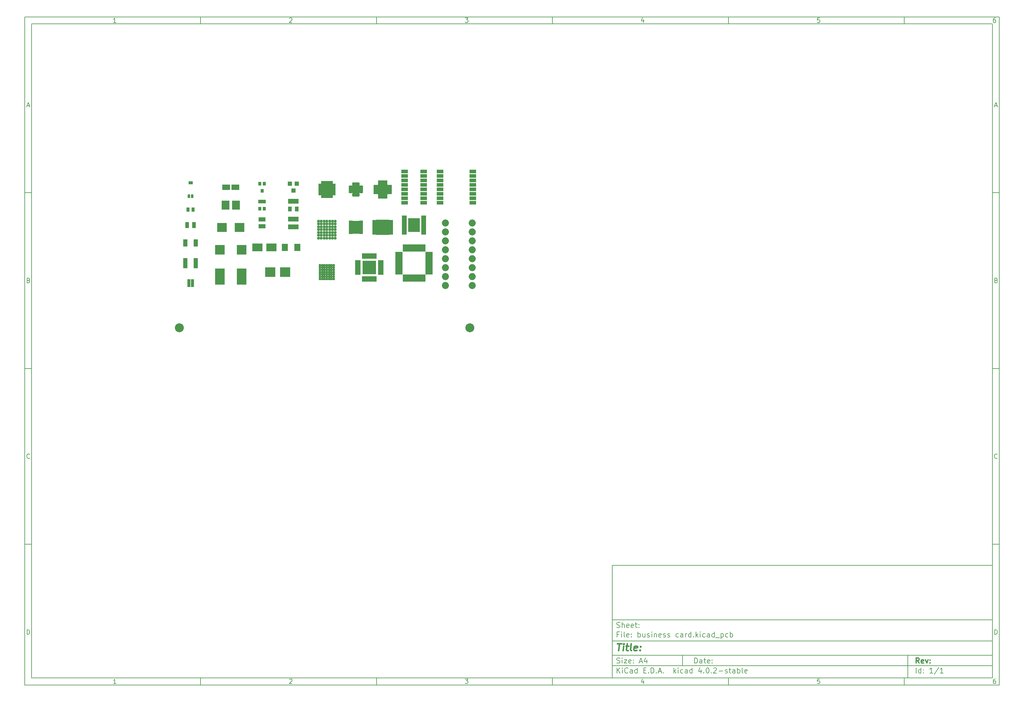
<source format=gbr>
G04 #@! TF.FileFunction,Soldermask,Bot*
%FSLAX46Y46*%
G04 Gerber Fmt 4.6, Leading zero omitted, Abs format (unit mm)*
G04 Created by KiCad (PCBNEW 4.0.2-stable) date Sunday, October 30, 2016 'PMt' 03:56:09 PM*
%MOMM*%
G01*
G04 APERTURE LIST*
%ADD10C,0.100000*%
%ADD11C,0.150000*%
%ADD12C,0.300000*%
%ADD13C,0.400000*%
%ADD14R,1.600000X0.680000*%
%ADD15R,0.680000X1.600000*%
%ADD16R,2.125000X2.125000*%
%ADD17O,2.000000X2.000000*%
%ADD18R,1.900000X1.000000*%
%ADD19R,1.200000X0.750000*%
%ADD20R,0.750000X1.200000*%
%ADD21R,1.650000X1.650000*%
%ADD22O,1.150000X0.700000*%
%ADD23O,0.700000X1.150000*%
%ADD24R,1.300000X1.300000*%
%ADD25R,0.800000X1.000000*%
%ADD26R,0.900000X1.300000*%
%ADD27R,0.680000X0.830000*%
%ADD28R,1.100000X1.700000*%
%ADD29R,1.300000X2.100000*%
%ADD30R,1.300000X2.900000*%
%ADD31R,2.200000X1.630000*%
%ADD32R,2.200000X2.630000*%
%ADD33R,2.770000X2.630000*%
%ADD34R,1.200100X1.200100*%
%ADD35R,1.050000X1.460000*%
%ADD36R,2.770000X2.830000*%
%ADD37R,2.770000X4.530000*%
%ADD38R,0.900000X0.800000*%
%ADD39R,0.900000X0.700000*%
%ADD40R,0.857200X1.111200*%
%ADD41R,0.806400X1.060400*%
%ADD42R,0.798780X1.149300*%
%ADD43R,2.899360X2.200860*%
%ADD44R,2.899360X2.701240*%
%ADD45R,2.000000X0.950000*%
%ADD46R,0.950000X2.000000*%
%ADD47R,1.450000X0.850000*%
%ADD48R,1.870000X1.295000*%
%ADD49R,1.700480X2.099260*%
%ADD50R,1.100000X0.650000*%
%ADD51R,2.130000X1.400000*%
%ADD52R,1.250000X1.225000*%
%ADD53C,2.540000*%
%ADD54C,0.770000*%
%ADD55R,1.000000X0.600000*%
%ADD56R,0.600000X1.000000*%
%ADD57R,1.725000X1.725000*%
%ADD58C,0.850000*%
G04 APERTURE END LIST*
D10*
D11*
X177002200Y-166007200D02*
X177002200Y-198007200D01*
X285002200Y-198007200D01*
X285002200Y-166007200D01*
X177002200Y-166007200D01*
D10*
D11*
X10000000Y-10000000D02*
X10000000Y-200007200D01*
X287002200Y-200007200D01*
X287002200Y-10000000D01*
X10000000Y-10000000D01*
D10*
D11*
X12000000Y-12000000D02*
X12000000Y-198007200D01*
X285002200Y-198007200D01*
X285002200Y-12000000D01*
X12000000Y-12000000D01*
D10*
D11*
X60000000Y-12000000D02*
X60000000Y-10000000D01*
D10*
D11*
X110000000Y-12000000D02*
X110000000Y-10000000D01*
D10*
D11*
X160000000Y-12000000D02*
X160000000Y-10000000D01*
D10*
D11*
X210000000Y-12000000D02*
X210000000Y-10000000D01*
D10*
D11*
X260000000Y-12000000D02*
X260000000Y-10000000D01*
D10*
D11*
X35990476Y-11588095D02*
X35247619Y-11588095D01*
X35619048Y-11588095D02*
X35619048Y-10288095D01*
X35495238Y-10473810D01*
X35371429Y-10597619D01*
X35247619Y-10659524D01*
D10*
D11*
X85247619Y-10411905D02*
X85309524Y-10350000D01*
X85433333Y-10288095D01*
X85742857Y-10288095D01*
X85866667Y-10350000D01*
X85928571Y-10411905D01*
X85990476Y-10535714D01*
X85990476Y-10659524D01*
X85928571Y-10845238D01*
X85185714Y-11588095D01*
X85990476Y-11588095D01*
D10*
D11*
X135185714Y-10288095D02*
X135990476Y-10288095D01*
X135557143Y-10783333D01*
X135742857Y-10783333D01*
X135866667Y-10845238D01*
X135928571Y-10907143D01*
X135990476Y-11030952D01*
X135990476Y-11340476D01*
X135928571Y-11464286D01*
X135866667Y-11526190D01*
X135742857Y-11588095D01*
X135371429Y-11588095D01*
X135247619Y-11526190D01*
X135185714Y-11464286D01*
D10*
D11*
X185866667Y-10721429D02*
X185866667Y-11588095D01*
X185557143Y-10226190D02*
X185247619Y-11154762D01*
X186052381Y-11154762D01*
D10*
D11*
X235928571Y-10288095D02*
X235309524Y-10288095D01*
X235247619Y-10907143D01*
X235309524Y-10845238D01*
X235433333Y-10783333D01*
X235742857Y-10783333D01*
X235866667Y-10845238D01*
X235928571Y-10907143D01*
X235990476Y-11030952D01*
X235990476Y-11340476D01*
X235928571Y-11464286D01*
X235866667Y-11526190D01*
X235742857Y-11588095D01*
X235433333Y-11588095D01*
X235309524Y-11526190D01*
X235247619Y-11464286D01*
D10*
D11*
X285866667Y-10288095D02*
X285619048Y-10288095D01*
X285495238Y-10350000D01*
X285433333Y-10411905D01*
X285309524Y-10597619D01*
X285247619Y-10845238D01*
X285247619Y-11340476D01*
X285309524Y-11464286D01*
X285371429Y-11526190D01*
X285495238Y-11588095D01*
X285742857Y-11588095D01*
X285866667Y-11526190D01*
X285928571Y-11464286D01*
X285990476Y-11340476D01*
X285990476Y-11030952D01*
X285928571Y-10907143D01*
X285866667Y-10845238D01*
X285742857Y-10783333D01*
X285495238Y-10783333D01*
X285371429Y-10845238D01*
X285309524Y-10907143D01*
X285247619Y-11030952D01*
D10*
D11*
X60000000Y-198007200D02*
X60000000Y-200007200D01*
D10*
D11*
X110000000Y-198007200D02*
X110000000Y-200007200D01*
D10*
D11*
X160000000Y-198007200D02*
X160000000Y-200007200D01*
D10*
D11*
X210000000Y-198007200D02*
X210000000Y-200007200D01*
D10*
D11*
X260000000Y-198007200D02*
X260000000Y-200007200D01*
D10*
D11*
X35990476Y-199595295D02*
X35247619Y-199595295D01*
X35619048Y-199595295D02*
X35619048Y-198295295D01*
X35495238Y-198481010D01*
X35371429Y-198604819D01*
X35247619Y-198666724D01*
D10*
D11*
X85247619Y-198419105D02*
X85309524Y-198357200D01*
X85433333Y-198295295D01*
X85742857Y-198295295D01*
X85866667Y-198357200D01*
X85928571Y-198419105D01*
X85990476Y-198542914D01*
X85990476Y-198666724D01*
X85928571Y-198852438D01*
X85185714Y-199595295D01*
X85990476Y-199595295D01*
D10*
D11*
X135185714Y-198295295D02*
X135990476Y-198295295D01*
X135557143Y-198790533D01*
X135742857Y-198790533D01*
X135866667Y-198852438D01*
X135928571Y-198914343D01*
X135990476Y-199038152D01*
X135990476Y-199347676D01*
X135928571Y-199471486D01*
X135866667Y-199533390D01*
X135742857Y-199595295D01*
X135371429Y-199595295D01*
X135247619Y-199533390D01*
X135185714Y-199471486D01*
D10*
D11*
X185866667Y-198728629D02*
X185866667Y-199595295D01*
X185557143Y-198233390D02*
X185247619Y-199161962D01*
X186052381Y-199161962D01*
D10*
D11*
X235928571Y-198295295D02*
X235309524Y-198295295D01*
X235247619Y-198914343D01*
X235309524Y-198852438D01*
X235433333Y-198790533D01*
X235742857Y-198790533D01*
X235866667Y-198852438D01*
X235928571Y-198914343D01*
X235990476Y-199038152D01*
X235990476Y-199347676D01*
X235928571Y-199471486D01*
X235866667Y-199533390D01*
X235742857Y-199595295D01*
X235433333Y-199595295D01*
X235309524Y-199533390D01*
X235247619Y-199471486D01*
D10*
D11*
X285866667Y-198295295D02*
X285619048Y-198295295D01*
X285495238Y-198357200D01*
X285433333Y-198419105D01*
X285309524Y-198604819D01*
X285247619Y-198852438D01*
X285247619Y-199347676D01*
X285309524Y-199471486D01*
X285371429Y-199533390D01*
X285495238Y-199595295D01*
X285742857Y-199595295D01*
X285866667Y-199533390D01*
X285928571Y-199471486D01*
X285990476Y-199347676D01*
X285990476Y-199038152D01*
X285928571Y-198914343D01*
X285866667Y-198852438D01*
X285742857Y-198790533D01*
X285495238Y-198790533D01*
X285371429Y-198852438D01*
X285309524Y-198914343D01*
X285247619Y-199038152D01*
D10*
D11*
X10000000Y-60000000D02*
X12000000Y-60000000D01*
D10*
D11*
X10000000Y-110000000D02*
X12000000Y-110000000D01*
D10*
D11*
X10000000Y-160000000D02*
X12000000Y-160000000D01*
D10*
D11*
X10690476Y-35216667D02*
X11309524Y-35216667D01*
X10566667Y-35588095D02*
X11000000Y-34288095D01*
X11433333Y-35588095D01*
D10*
D11*
X11092857Y-84907143D02*
X11278571Y-84969048D01*
X11340476Y-85030952D01*
X11402381Y-85154762D01*
X11402381Y-85340476D01*
X11340476Y-85464286D01*
X11278571Y-85526190D01*
X11154762Y-85588095D01*
X10659524Y-85588095D01*
X10659524Y-84288095D01*
X11092857Y-84288095D01*
X11216667Y-84350000D01*
X11278571Y-84411905D01*
X11340476Y-84535714D01*
X11340476Y-84659524D01*
X11278571Y-84783333D01*
X11216667Y-84845238D01*
X11092857Y-84907143D01*
X10659524Y-84907143D01*
D10*
D11*
X11402381Y-135464286D02*
X11340476Y-135526190D01*
X11154762Y-135588095D01*
X11030952Y-135588095D01*
X10845238Y-135526190D01*
X10721429Y-135402381D01*
X10659524Y-135278571D01*
X10597619Y-135030952D01*
X10597619Y-134845238D01*
X10659524Y-134597619D01*
X10721429Y-134473810D01*
X10845238Y-134350000D01*
X11030952Y-134288095D01*
X11154762Y-134288095D01*
X11340476Y-134350000D01*
X11402381Y-134411905D01*
D10*
D11*
X10659524Y-185588095D02*
X10659524Y-184288095D01*
X10969048Y-184288095D01*
X11154762Y-184350000D01*
X11278571Y-184473810D01*
X11340476Y-184597619D01*
X11402381Y-184845238D01*
X11402381Y-185030952D01*
X11340476Y-185278571D01*
X11278571Y-185402381D01*
X11154762Y-185526190D01*
X10969048Y-185588095D01*
X10659524Y-185588095D01*
D10*
D11*
X287002200Y-60000000D02*
X285002200Y-60000000D01*
D10*
D11*
X287002200Y-110000000D02*
X285002200Y-110000000D01*
D10*
D11*
X287002200Y-160000000D02*
X285002200Y-160000000D01*
D10*
D11*
X285692676Y-35216667D02*
X286311724Y-35216667D01*
X285568867Y-35588095D02*
X286002200Y-34288095D01*
X286435533Y-35588095D01*
D10*
D11*
X286095057Y-84907143D02*
X286280771Y-84969048D01*
X286342676Y-85030952D01*
X286404581Y-85154762D01*
X286404581Y-85340476D01*
X286342676Y-85464286D01*
X286280771Y-85526190D01*
X286156962Y-85588095D01*
X285661724Y-85588095D01*
X285661724Y-84288095D01*
X286095057Y-84288095D01*
X286218867Y-84350000D01*
X286280771Y-84411905D01*
X286342676Y-84535714D01*
X286342676Y-84659524D01*
X286280771Y-84783333D01*
X286218867Y-84845238D01*
X286095057Y-84907143D01*
X285661724Y-84907143D01*
D10*
D11*
X286404581Y-135464286D02*
X286342676Y-135526190D01*
X286156962Y-135588095D01*
X286033152Y-135588095D01*
X285847438Y-135526190D01*
X285723629Y-135402381D01*
X285661724Y-135278571D01*
X285599819Y-135030952D01*
X285599819Y-134845238D01*
X285661724Y-134597619D01*
X285723629Y-134473810D01*
X285847438Y-134350000D01*
X286033152Y-134288095D01*
X286156962Y-134288095D01*
X286342676Y-134350000D01*
X286404581Y-134411905D01*
D10*
D11*
X285661724Y-185588095D02*
X285661724Y-184288095D01*
X285971248Y-184288095D01*
X286156962Y-184350000D01*
X286280771Y-184473810D01*
X286342676Y-184597619D01*
X286404581Y-184845238D01*
X286404581Y-185030952D01*
X286342676Y-185278571D01*
X286280771Y-185402381D01*
X286156962Y-185526190D01*
X285971248Y-185588095D01*
X285661724Y-185588095D01*
D10*
D11*
X200359343Y-193785771D02*
X200359343Y-192285771D01*
X200716486Y-192285771D01*
X200930771Y-192357200D01*
X201073629Y-192500057D01*
X201145057Y-192642914D01*
X201216486Y-192928629D01*
X201216486Y-193142914D01*
X201145057Y-193428629D01*
X201073629Y-193571486D01*
X200930771Y-193714343D01*
X200716486Y-193785771D01*
X200359343Y-193785771D01*
X202502200Y-193785771D02*
X202502200Y-193000057D01*
X202430771Y-192857200D01*
X202287914Y-192785771D01*
X202002200Y-192785771D01*
X201859343Y-192857200D01*
X202502200Y-193714343D02*
X202359343Y-193785771D01*
X202002200Y-193785771D01*
X201859343Y-193714343D01*
X201787914Y-193571486D01*
X201787914Y-193428629D01*
X201859343Y-193285771D01*
X202002200Y-193214343D01*
X202359343Y-193214343D01*
X202502200Y-193142914D01*
X203002200Y-192785771D02*
X203573629Y-192785771D01*
X203216486Y-192285771D02*
X203216486Y-193571486D01*
X203287914Y-193714343D01*
X203430772Y-193785771D01*
X203573629Y-193785771D01*
X204645057Y-193714343D02*
X204502200Y-193785771D01*
X204216486Y-193785771D01*
X204073629Y-193714343D01*
X204002200Y-193571486D01*
X204002200Y-193000057D01*
X204073629Y-192857200D01*
X204216486Y-192785771D01*
X204502200Y-192785771D01*
X204645057Y-192857200D01*
X204716486Y-193000057D01*
X204716486Y-193142914D01*
X204002200Y-193285771D01*
X205359343Y-193642914D02*
X205430771Y-193714343D01*
X205359343Y-193785771D01*
X205287914Y-193714343D01*
X205359343Y-193642914D01*
X205359343Y-193785771D01*
X205359343Y-192857200D02*
X205430771Y-192928629D01*
X205359343Y-193000057D01*
X205287914Y-192928629D01*
X205359343Y-192857200D01*
X205359343Y-193000057D01*
D10*
D11*
X177002200Y-194507200D02*
X285002200Y-194507200D01*
D10*
D11*
X178359343Y-196585771D02*
X178359343Y-195085771D01*
X179216486Y-196585771D02*
X178573629Y-195728629D01*
X179216486Y-195085771D02*
X178359343Y-195942914D01*
X179859343Y-196585771D02*
X179859343Y-195585771D01*
X179859343Y-195085771D02*
X179787914Y-195157200D01*
X179859343Y-195228629D01*
X179930771Y-195157200D01*
X179859343Y-195085771D01*
X179859343Y-195228629D01*
X181430772Y-196442914D02*
X181359343Y-196514343D01*
X181145057Y-196585771D01*
X181002200Y-196585771D01*
X180787915Y-196514343D01*
X180645057Y-196371486D01*
X180573629Y-196228629D01*
X180502200Y-195942914D01*
X180502200Y-195728629D01*
X180573629Y-195442914D01*
X180645057Y-195300057D01*
X180787915Y-195157200D01*
X181002200Y-195085771D01*
X181145057Y-195085771D01*
X181359343Y-195157200D01*
X181430772Y-195228629D01*
X182716486Y-196585771D02*
X182716486Y-195800057D01*
X182645057Y-195657200D01*
X182502200Y-195585771D01*
X182216486Y-195585771D01*
X182073629Y-195657200D01*
X182716486Y-196514343D02*
X182573629Y-196585771D01*
X182216486Y-196585771D01*
X182073629Y-196514343D01*
X182002200Y-196371486D01*
X182002200Y-196228629D01*
X182073629Y-196085771D01*
X182216486Y-196014343D01*
X182573629Y-196014343D01*
X182716486Y-195942914D01*
X184073629Y-196585771D02*
X184073629Y-195085771D01*
X184073629Y-196514343D02*
X183930772Y-196585771D01*
X183645058Y-196585771D01*
X183502200Y-196514343D01*
X183430772Y-196442914D01*
X183359343Y-196300057D01*
X183359343Y-195871486D01*
X183430772Y-195728629D01*
X183502200Y-195657200D01*
X183645058Y-195585771D01*
X183930772Y-195585771D01*
X184073629Y-195657200D01*
X185930772Y-195800057D02*
X186430772Y-195800057D01*
X186645058Y-196585771D02*
X185930772Y-196585771D01*
X185930772Y-195085771D01*
X186645058Y-195085771D01*
X187287915Y-196442914D02*
X187359343Y-196514343D01*
X187287915Y-196585771D01*
X187216486Y-196514343D01*
X187287915Y-196442914D01*
X187287915Y-196585771D01*
X188002201Y-196585771D02*
X188002201Y-195085771D01*
X188359344Y-195085771D01*
X188573629Y-195157200D01*
X188716487Y-195300057D01*
X188787915Y-195442914D01*
X188859344Y-195728629D01*
X188859344Y-195942914D01*
X188787915Y-196228629D01*
X188716487Y-196371486D01*
X188573629Y-196514343D01*
X188359344Y-196585771D01*
X188002201Y-196585771D01*
X189502201Y-196442914D02*
X189573629Y-196514343D01*
X189502201Y-196585771D01*
X189430772Y-196514343D01*
X189502201Y-196442914D01*
X189502201Y-196585771D01*
X190145058Y-196157200D02*
X190859344Y-196157200D01*
X190002201Y-196585771D02*
X190502201Y-195085771D01*
X191002201Y-196585771D01*
X191502201Y-196442914D02*
X191573629Y-196514343D01*
X191502201Y-196585771D01*
X191430772Y-196514343D01*
X191502201Y-196442914D01*
X191502201Y-196585771D01*
X194502201Y-196585771D02*
X194502201Y-195085771D01*
X194645058Y-196014343D02*
X195073629Y-196585771D01*
X195073629Y-195585771D02*
X194502201Y-196157200D01*
X195716487Y-196585771D02*
X195716487Y-195585771D01*
X195716487Y-195085771D02*
X195645058Y-195157200D01*
X195716487Y-195228629D01*
X195787915Y-195157200D01*
X195716487Y-195085771D01*
X195716487Y-195228629D01*
X197073630Y-196514343D02*
X196930773Y-196585771D01*
X196645059Y-196585771D01*
X196502201Y-196514343D01*
X196430773Y-196442914D01*
X196359344Y-196300057D01*
X196359344Y-195871486D01*
X196430773Y-195728629D01*
X196502201Y-195657200D01*
X196645059Y-195585771D01*
X196930773Y-195585771D01*
X197073630Y-195657200D01*
X198359344Y-196585771D02*
X198359344Y-195800057D01*
X198287915Y-195657200D01*
X198145058Y-195585771D01*
X197859344Y-195585771D01*
X197716487Y-195657200D01*
X198359344Y-196514343D02*
X198216487Y-196585771D01*
X197859344Y-196585771D01*
X197716487Y-196514343D01*
X197645058Y-196371486D01*
X197645058Y-196228629D01*
X197716487Y-196085771D01*
X197859344Y-196014343D01*
X198216487Y-196014343D01*
X198359344Y-195942914D01*
X199716487Y-196585771D02*
X199716487Y-195085771D01*
X199716487Y-196514343D02*
X199573630Y-196585771D01*
X199287916Y-196585771D01*
X199145058Y-196514343D01*
X199073630Y-196442914D01*
X199002201Y-196300057D01*
X199002201Y-195871486D01*
X199073630Y-195728629D01*
X199145058Y-195657200D01*
X199287916Y-195585771D01*
X199573630Y-195585771D01*
X199716487Y-195657200D01*
X202216487Y-195585771D02*
X202216487Y-196585771D01*
X201859344Y-195014343D02*
X201502201Y-196085771D01*
X202430773Y-196085771D01*
X203002201Y-196442914D02*
X203073629Y-196514343D01*
X203002201Y-196585771D01*
X202930772Y-196514343D01*
X203002201Y-196442914D01*
X203002201Y-196585771D01*
X204002201Y-195085771D02*
X204145058Y-195085771D01*
X204287915Y-195157200D01*
X204359344Y-195228629D01*
X204430773Y-195371486D01*
X204502201Y-195657200D01*
X204502201Y-196014343D01*
X204430773Y-196300057D01*
X204359344Y-196442914D01*
X204287915Y-196514343D01*
X204145058Y-196585771D01*
X204002201Y-196585771D01*
X203859344Y-196514343D01*
X203787915Y-196442914D01*
X203716487Y-196300057D01*
X203645058Y-196014343D01*
X203645058Y-195657200D01*
X203716487Y-195371486D01*
X203787915Y-195228629D01*
X203859344Y-195157200D01*
X204002201Y-195085771D01*
X205145058Y-196442914D02*
X205216486Y-196514343D01*
X205145058Y-196585771D01*
X205073629Y-196514343D01*
X205145058Y-196442914D01*
X205145058Y-196585771D01*
X205787915Y-195228629D02*
X205859344Y-195157200D01*
X206002201Y-195085771D01*
X206359344Y-195085771D01*
X206502201Y-195157200D01*
X206573630Y-195228629D01*
X206645058Y-195371486D01*
X206645058Y-195514343D01*
X206573630Y-195728629D01*
X205716487Y-196585771D01*
X206645058Y-196585771D01*
X207287915Y-196014343D02*
X208430772Y-196014343D01*
X209073629Y-196514343D02*
X209216486Y-196585771D01*
X209502201Y-196585771D01*
X209645058Y-196514343D01*
X209716486Y-196371486D01*
X209716486Y-196300057D01*
X209645058Y-196157200D01*
X209502201Y-196085771D01*
X209287915Y-196085771D01*
X209145058Y-196014343D01*
X209073629Y-195871486D01*
X209073629Y-195800057D01*
X209145058Y-195657200D01*
X209287915Y-195585771D01*
X209502201Y-195585771D01*
X209645058Y-195657200D01*
X210145058Y-195585771D02*
X210716487Y-195585771D01*
X210359344Y-195085771D02*
X210359344Y-196371486D01*
X210430772Y-196514343D01*
X210573630Y-196585771D01*
X210716487Y-196585771D01*
X211859344Y-196585771D02*
X211859344Y-195800057D01*
X211787915Y-195657200D01*
X211645058Y-195585771D01*
X211359344Y-195585771D01*
X211216487Y-195657200D01*
X211859344Y-196514343D02*
X211716487Y-196585771D01*
X211359344Y-196585771D01*
X211216487Y-196514343D01*
X211145058Y-196371486D01*
X211145058Y-196228629D01*
X211216487Y-196085771D01*
X211359344Y-196014343D01*
X211716487Y-196014343D01*
X211859344Y-195942914D01*
X212573630Y-196585771D02*
X212573630Y-195085771D01*
X212573630Y-195657200D02*
X212716487Y-195585771D01*
X213002201Y-195585771D01*
X213145058Y-195657200D01*
X213216487Y-195728629D01*
X213287916Y-195871486D01*
X213287916Y-196300057D01*
X213216487Y-196442914D01*
X213145058Y-196514343D01*
X213002201Y-196585771D01*
X212716487Y-196585771D01*
X212573630Y-196514343D01*
X214145059Y-196585771D02*
X214002201Y-196514343D01*
X213930773Y-196371486D01*
X213930773Y-195085771D01*
X215287915Y-196514343D02*
X215145058Y-196585771D01*
X214859344Y-196585771D01*
X214716487Y-196514343D01*
X214645058Y-196371486D01*
X214645058Y-195800057D01*
X214716487Y-195657200D01*
X214859344Y-195585771D01*
X215145058Y-195585771D01*
X215287915Y-195657200D01*
X215359344Y-195800057D01*
X215359344Y-195942914D01*
X214645058Y-196085771D01*
D10*
D11*
X177002200Y-191507200D02*
X285002200Y-191507200D01*
D10*
D12*
X264216486Y-193785771D02*
X263716486Y-193071486D01*
X263359343Y-193785771D02*
X263359343Y-192285771D01*
X263930771Y-192285771D01*
X264073629Y-192357200D01*
X264145057Y-192428629D01*
X264216486Y-192571486D01*
X264216486Y-192785771D01*
X264145057Y-192928629D01*
X264073629Y-193000057D01*
X263930771Y-193071486D01*
X263359343Y-193071486D01*
X265430771Y-193714343D02*
X265287914Y-193785771D01*
X265002200Y-193785771D01*
X264859343Y-193714343D01*
X264787914Y-193571486D01*
X264787914Y-193000057D01*
X264859343Y-192857200D01*
X265002200Y-192785771D01*
X265287914Y-192785771D01*
X265430771Y-192857200D01*
X265502200Y-193000057D01*
X265502200Y-193142914D01*
X264787914Y-193285771D01*
X266002200Y-192785771D02*
X266359343Y-193785771D01*
X266716485Y-192785771D01*
X267287914Y-193642914D02*
X267359342Y-193714343D01*
X267287914Y-193785771D01*
X267216485Y-193714343D01*
X267287914Y-193642914D01*
X267287914Y-193785771D01*
X267287914Y-192857200D02*
X267359342Y-192928629D01*
X267287914Y-193000057D01*
X267216485Y-192928629D01*
X267287914Y-192857200D01*
X267287914Y-193000057D01*
D10*
D11*
X178287914Y-193714343D02*
X178502200Y-193785771D01*
X178859343Y-193785771D01*
X179002200Y-193714343D01*
X179073629Y-193642914D01*
X179145057Y-193500057D01*
X179145057Y-193357200D01*
X179073629Y-193214343D01*
X179002200Y-193142914D01*
X178859343Y-193071486D01*
X178573629Y-193000057D01*
X178430771Y-192928629D01*
X178359343Y-192857200D01*
X178287914Y-192714343D01*
X178287914Y-192571486D01*
X178359343Y-192428629D01*
X178430771Y-192357200D01*
X178573629Y-192285771D01*
X178930771Y-192285771D01*
X179145057Y-192357200D01*
X179787914Y-193785771D02*
X179787914Y-192785771D01*
X179787914Y-192285771D02*
X179716485Y-192357200D01*
X179787914Y-192428629D01*
X179859342Y-192357200D01*
X179787914Y-192285771D01*
X179787914Y-192428629D01*
X180359343Y-192785771D02*
X181145057Y-192785771D01*
X180359343Y-193785771D01*
X181145057Y-193785771D01*
X182287914Y-193714343D02*
X182145057Y-193785771D01*
X181859343Y-193785771D01*
X181716486Y-193714343D01*
X181645057Y-193571486D01*
X181645057Y-193000057D01*
X181716486Y-192857200D01*
X181859343Y-192785771D01*
X182145057Y-192785771D01*
X182287914Y-192857200D01*
X182359343Y-193000057D01*
X182359343Y-193142914D01*
X181645057Y-193285771D01*
X183002200Y-193642914D02*
X183073628Y-193714343D01*
X183002200Y-193785771D01*
X182930771Y-193714343D01*
X183002200Y-193642914D01*
X183002200Y-193785771D01*
X183002200Y-192857200D02*
X183073628Y-192928629D01*
X183002200Y-193000057D01*
X182930771Y-192928629D01*
X183002200Y-192857200D01*
X183002200Y-193000057D01*
X184787914Y-193357200D02*
X185502200Y-193357200D01*
X184645057Y-193785771D02*
X185145057Y-192285771D01*
X185645057Y-193785771D01*
X186787914Y-192785771D02*
X186787914Y-193785771D01*
X186430771Y-192214343D02*
X186073628Y-193285771D01*
X187002200Y-193285771D01*
D10*
D11*
X263359343Y-196585771D02*
X263359343Y-195085771D01*
X264716486Y-196585771D02*
X264716486Y-195085771D01*
X264716486Y-196514343D02*
X264573629Y-196585771D01*
X264287915Y-196585771D01*
X264145057Y-196514343D01*
X264073629Y-196442914D01*
X264002200Y-196300057D01*
X264002200Y-195871486D01*
X264073629Y-195728629D01*
X264145057Y-195657200D01*
X264287915Y-195585771D01*
X264573629Y-195585771D01*
X264716486Y-195657200D01*
X265430772Y-196442914D02*
X265502200Y-196514343D01*
X265430772Y-196585771D01*
X265359343Y-196514343D01*
X265430772Y-196442914D01*
X265430772Y-196585771D01*
X265430772Y-195657200D02*
X265502200Y-195728629D01*
X265430772Y-195800057D01*
X265359343Y-195728629D01*
X265430772Y-195657200D01*
X265430772Y-195800057D01*
X268073629Y-196585771D02*
X267216486Y-196585771D01*
X267645058Y-196585771D02*
X267645058Y-195085771D01*
X267502201Y-195300057D01*
X267359343Y-195442914D01*
X267216486Y-195514343D01*
X269787914Y-195014343D02*
X268502200Y-196942914D01*
X271073629Y-196585771D02*
X270216486Y-196585771D01*
X270645058Y-196585771D02*
X270645058Y-195085771D01*
X270502201Y-195300057D01*
X270359343Y-195442914D01*
X270216486Y-195514343D01*
D10*
D11*
X177002200Y-187507200D02*
X285002200Y-187507200D01*
D10*
D13*
X178454581Y-188211962D02*
X179597438Y-188211962D01*
X178776010Y-190211962D02*
X179026010Y-188211962D01*
X180014105Y-190211962D02*
X180180771Y-188878629D01*
X180264105Y-188211962D02*
X180156962Y-188307200D01*
X180240295Y-188402438D01*
X180347439Y-188307200D01*
X180264105Y-188211962D01*
X180240295Y-188402438D01*
X180847438Y-188878629D02*
X181609343Y-188878629D01*
X181216486Y-188211962D02*
X181002200Y-189926248D01*
X181073630Y-190116724D01*
X181252201Y-190211962D01*
X181442677Y-190211962D01*
X182395058Y-190211962D02*
X182216487Y-190116724D01*
X182145057Y-189926248D01*
X182359343Y-188211962D01*
X183930772Y-190116724D02*
X183728391Y-190211962D01*
X183347439Y-190211962D01*
X183168867Y-190116724D01*
X183097438Y-189926248D01*
X183192676Y-189164343D01*
X183311724Y-188973867D01*
X183514105Y-188878629D01*
X183895057Y-188878629D01*
X184073629Y-188973867D01*
X184145057Y-189164343D01*
X184121248Y-189354819D01*
X183145057Y-189545295D01*
X184895057Y-190021486D02*
X184978392Y-190116724D01*
X184871248Y-190211962D01*
X184787915Y-190116724D01*
X184895057Y-190021486D01*
X184871248Y-190211962D01*
X185026010Y-188973867D02*
X185109344Y-189069105D01*
X185002200Y-189164343D01*
X184918867Y-189069105D01*
X185026010Y-188973867D01*
X185002200Y-189164343D01*
D10*
D11*
X178859343Y-185600057D02*
X178359343Y-185600057D01*
X178359343Y-186385771D02*
X178359343Y-184885771D01*
X179073629Y-184885771D01*
X179645057Y-186385771D02*
X179645057Y-185385771D01*
X179645057Y-184885771D02*
X179573628Y-184957200D01*
X179645057Y-185028629D01*
X179716485Y-184957200D01*
X179645057Y-184885771D01*
X179645057Y-185028629D01*
X180573629Y-186385771D02*
X180430771Y-186314343D01*
X180359343Y-186171486D01*
X180359343Y-184885771D01*
X181716485Y-186314343D02*
X181573628Y-186385771D01*
X181287914Y-186385771D01*
X181145057Y-186314343D01*
X181073628Y-186171486D01*
X181073628Y-185600057D01*
X181145057Y-185457200D01*
X181287914Y-185385771D01*
X181573628Y-185385771D01*
X181716485Y-185457200D01*
X181787914Y-185600057D01*
X181787914Y-185742914D01*
X181073628Y-185885771D01*
X182430771Y-186242914D02*
X182502199Y-186314343D01*
X182430771Y-186385771D01*
X182359342Y-186314343D01*
X182430771Y-186242914D01*
X182430771Y-186385771D01*
X182430771Y-185457200D02*
X182502199Y-185528629D01*
X182430771Y-185600057D01*
X182359342Y-185528629D01*
X182430771Y-185457200D01*
X182430771Y-185600057D01*
X184287914Y-186385771D02*
X184287914Y-184885771D01*
X184287914Y-185457200D02*
X184430771Y-185385771D01*
X184716485Y-185385771D01*
X184859342Y-185457200D01*
X184930771Y-185528629D01*
X185002200Y-185671486D01*
X185002200Y-186100057D01*
X184930771Y-186242914D01*
X184859342Y-186314343D01*
X184716485Y-186385771D01*
X184430771Y-186385771D01*
X184287914Y-186314343D01*
X186287914Y-185385771D02*
X186287914Y-186385771D01*
X185645057Y-185385771D02*
X185645057Y-186171486D01*
X185716485Y-186314343D01*
X185859343Y-186385771D01*
X186073628Y-186385771D01*
X186216485Y-186314343D01*
X186287914Y-186242914D01*
X186930771Y-186314343D02*
X187073628Y-186385771D01*
X187359343Y-186385771D01*
X187502200Y-186314343D01*
X187573628Y-186171486D01*
X187573628Y-186100057D01*
X187502200Y-185957200D01*
X187359343Y-185885771D01*
X187145057Y-185885771D01*
X187002200Y-185814343D01*
X186930771Y-185671486D01*
X186930771Y-185600057D01*
X187002200Y-185457200D01*
X187145057Y-185385771D01*
X187359343Y-185385771D01*
X187502200Y-185457200D01*
X188216486Y-186385771D02*
X188216486Y-185385771D01*
X188216486Y-184885771D02*
X188145057Y-184957200D01*
X188216486Y-185028629D01*
X188287914Y-184957200D01*
X188216486Y-184885771D01*
X188216486Y-185028629D01*
X188930772Y-185385771D02*
X188930772Y-186385771D01*
X188930772Y-185528629D02*
X189002200Y-185457200D01*
X189145058Y-185385771D01*
X189359343Y-185385771D01*
X189502200Y-185457200D01*
X189573629Y-185600057D01*
X189573629Y-186385771D01*
X190859343Y-186314343D02*
X190716486Y-186385771D01*
X190430772Y-186385771D01*
X190287915Y-186314343D01*
X190216486Y-186171486D01*
X190216486Y-185600057D01*
X190287915Y-185457200D01*
X190430772Y-185385771D01*
X190716486Y-185385771D01*
X190859343Y-185457200D01*
X190930772Y-185600057D01*
X190930772Y-185742914D01*
X190216486Y-185885771D01*
X191502200Y-186314343D02*
X191645057Y-186385771D01*
X191930772Y-186385771D01*
X192073629Y-186314343D01*
X192145057Y-186171486D01*
X192145057Y-186100057D01*
X192073629Y-185957200D01*
X191930772Y-185885771D01*
X191716486Y-185885771D01*
X191573629Y-185814343D01*
X191502200Y-185671486D01*
X191502200Y-185600057D01*
X191573629Y-185457200D01*
X191716486Y-185385771D01*
X191930772Y-185385771D01*
X192073629Y-185457200D01*
X192716486Y-186314343D02*
X192859343Y-186385771D01*
X193145058Y-186385771D01*
X193287915Y-186314343D01*
X193359343Y-186171486D01*
X193359343Y-186100057D01*
X193287915Y-185957200D01*
X193145058Y-185885771D01*
X192930772Y-185885771D01*
X192787915Y-185814343D01*
X192716486Y-185671486D01*
X192716486Y-185600057D01*
X192787915Y-185457200D01*
X192930772Y-185385771D01*
X193145058Y-185385771D01*
X193287915Y-185457200D01*
X195787915Y-186314343D02*
X195645058Y-186385771D01*
X195359344Y-186385771D01*
X195216486Y-186314343D01*
X195145058Y-186242914D01*
X195073629Y-186100057D01*
X195073629Y-185671486D01*
X195145058Y-185528629D01*
X195216486Y-185457200D01*
X195359344Y-185385771D01*
X195645058Y-185385771D01*
X195787915Y-185457200D01*
X197073629Y-186385771D02*
X197073629Y-185600057D01*
X197002200Y-185457200D01*
X196859343Y-185385771D01*
X196573629Y-185385771D01*
X196430772Y-185457200D01*
X197073629Y-186314343D02*
X196930772Y-186385771D01*
X196573629Y-186385771D01*
X196430772Y-186314343D01*
X196359343Y-186171486D01*
X196359343Y-186028629D01*
X196430772Y-185885771D01*
X196573629Y-185814343D01*
X196930772Y-185814343D01*
X197073629Y-185742914D01*
X197787915Y-186385771D02*
X197787915Y-185385771D01*
X197787915Y-185671486D02*
X197859343Y-185528629D01*
X197930772Y-185457200D01*
X198073629Y-185385771D01*
X198216486Y-185385771D01*
X199359343Y-186385771D02*
X199359343Y-184885771D01*
X199359343Y-186314343D02*
X199216486Y-186385771D01*
X198930772Y-186385771D01*
X198787914Y-186314343D01*
X198716486Y-186242914D01*
X198645057Y-186100057D01*
X198645057Y-185671486D01*
X198716486Y-185528629D01*
X198787914Y-185457200D01*
X198930772Y-185385771D01*
X199216486Y-185385771D01*
X199359343Y-185457200D01*
X200073629Y-186242914D02*
X200145057Y-186314343D01*
X200073629Y-186385771D01*
X200002200Y-186314343D01*
X200073629Y-186242914D01*
X200073629Y-186385771D01*
X200787915Y-186385771D02*
X200787915Y-184885771D01*
X200930772Y-185814343D02*
X201359343Y-186385771D01*
X201359343Y-185385771D02*
X200787915Y-185957200D01*
X202002201Y-186385771D02*
X202002201Y-185385771D01*
X202002201Y-184885771D02*
X201930772Y-184957200D01*
X202002201Y-185028629D01*
X202073629Y-184957200D01*
X202002201Y-184885771D01*
X202002201Y-185028629D01*
X203359344Y-186314343D02*
X203216487Y-186385771D01*
X202930773Y-186385771D01*
X202787915Y-186314343D01*
X202716487Y-186242914D01*
X202645058Y-186100057D01*
X202645058Y-185671486D01*
X202716487Y-185528629D01*
X202787915Y-185457200D01*
X202930773Y-185385771D01*
X203216487Y-185385771D01*
X203359344Y-185457200D01*
X204645058Y-186385771D02*
X204645058Y-185600057D01*
X204573629Y-185457200D01*
X204430772Y-185385771D01*
X204145058Y-185385771D01*
X204002201Y-185457200D01*
X204645058Y-186314343D02*
X204502201Y-186385771D01*
X204145058Y-186385771D01*
X204002201Y-186314343D01*
X203930772Y-186171486D01*
X203930772Y-186028629D01*
X204002201Y-185885771D01*
X204145058Y-185814343D01*
X204502201Y-185814343D01*
X204645058Y-185742914D01*
X206002201Y-186385771D02*
X206002201Y-184885771D01*
X206002201Y-186314343D02*
X205859344Y-186385771D01*
X205573630Y-186385771D01*
X205430772Y-186314343D01*
X205359344Y-186242914D01*
X205287915Y-186100057D01*
X205287915Y-185671486D01*
X205359344Y-185528629D01*
X205430772Y-185457200D01*
X205573630Y-185385771D01*
X205859344Y-185385771D01*
X206002201Y-185457200D01*
X206359344Y-186528629D02*
X207502201Y-186528629D01*
X207859344Y-185385771D02*
X207859344Y-186885771D01*
X207859344Y-185457200D02*
X208002201Y-185385771D01*
X208287915Y-185385771D01*
X208430772Y-185457200D01*
X208502201Y-185528629D01*
X208573630Y-185671486D01*
X208573630Y-186100057D01*
X208502201Y-186242914D01*
X208430772Y-186314343D01*
X208287915Y-186385771D01*
X208002201Y-186385771D01*
X207859344Y-186314343D01*
X209859344Y-186314343D02*
X209716487Y-186385771D01*
X209430773Y-186385771D01*
X209287915Y-186314343D01*
X209216487Y-186242914D01*
X209145058Y-186100057D01*
X209145058Y-185671486D01*
X209216487Y-185528629D01*
X209287915Y-185457200D01*
X209430773Y-185385771D01*
X209716487Y-185385771D01*
X209859344Y-185457200D01*
X210502201Y-186385771D02*
X210502201Y-184885771D01*
X210502201Y-185457200D02*
X210645058Y-185385771D01*
X210930772Y-185385771D01*
X211073629Y-185457200D01*
X211145058Y-185528629D01*
X211216487Y-185671486D01*
X211216487Y-186100057D01*
X211145058Y-186242914D01*
X211073629Y-186314343D01*
X210930772Y-186385771D01*
X210645058Y-186385771D01*
X210502201Y-186314343D01*
D10*
D11*
X177002200Y-181507200D02*
X285002200Y-181507200D01*
D10*
D11*
X178287914Y-183614343D02*
X178502200Y-183685771D01*
X178859343Y-183685771D01*
X179002200Y-183614343D01*
X179073629Y-183542914D01*
X179145057Y-183400057D01*
X179145057Y-183257200D01*
X179073629Y-183114343D01*
X179002200Y-183042914D01*
X178859343Y-182971486D01*
X178573629Y-182900057D01*
X178430771Y-182828629D01*
X178359343Y-182757200D01*
X178287914Y-182614343D01*
X178287914Y-182471486D01*
X178359343Y-182328629D01*
X178430771Y-182257200D01*
X178573629Y-182185771D01*
X178930771Y-182185771D01*
X179145057Y-182257200D01*
X179787914Y-183685771D02*
X179787914Y-182185771D01*
X180430771Y-183685771D02*
X180430771Y-182900057D01*
X180359342Y-182757200D01*
X180216485Y-182685771D01*
X180002200Y-182685771D01*
X179859342Y-182757200D01*
X179787914Y-182828629D01*
X181716485Y-183614343D02*
X181573628Y-183685771D01*
X181287914Y-183685771D01*
X181145057Y-183614343D01*
X181073628Y-183471486D01*
X181073628Y-182900057D01*
X181145057Y-182757200D01*
X181287914Y-182685771D01*
X181573628Y-182685771D01*
X181716485Y-182757200D01*
X181787914Y-182900057D01*
X181787914Y-183042914D01*
X181073628Y-183185771D01*
X183002199Y-183614343D02*
X182859342Y-183685771D01*
X182573628Y-183685771D01*
X182430771Y-183614343D01*
X182359342Y-183471486D01*
X182359342Y-182900057D01*
X182430771Y-182757200D01*
X182573628Y-182685771D01*
X182859342Y-182685771D01*
X183002199Y-182757200D01*
X183073628Y-182900057D01*
X183073628Y-183042914D01*
X182359342Y-183185771D01*
X183502199Y-182685771D02*
X184073628Y-182685771D01*
X183716485Y-182185771D02*
X183716485Y-183471486D01*
X183787913Y-183614343D01*
X183930771Y-183685771D01*
X184073628Y-183685771D01*
X184573628Y-183542914D02*
X184645056Y-183614343D01*
X184573628Y-183685771D01*
X184502199Y-183614343D01*
X184573628Y-183542914D01*
X184573628Y-183685771D01*
X184573628Y-182757200D02*
X184645056Y-182828629D01*
X184573628Y-182900057D01*
X184502199Y-182828629D01*
X184573628Y-182757200D01*
X184573628Y-182900057D01*
D10*
D11*
X197002200Y-191507200D02*
X197002200Y-194507200D01*
D10*
D11*
X261002200Y-191507200D02*
X261002200Y-198007200D01*
D14*
X104700000Y-83030000D03*
X104700000Y-82530000D03*
X104700000Y-82030000D03*
X104700000Y-81530000D03*
X104700000Y-81030000D03*
X104700000Y-80530000D03*
X104700000Y-80030000D03*
X104700000Y-79530000D03*
D15*
X106200000Y-78030000D03*
X106700000Y-78030000D03*
X107200000Y-78030000D03*
X107700000Y-78030000D03*
X108200000Y-78030000D03*
X108700000Y-78030000D03*
X109200000Y-78030000D03*
X109700000Y-78030000D03*
D14*
X111200000Y-79530000D03*
X111200000Y-80030000D03*
X111200000Y-80530000D03*
X111200000Y-81030000D03*
X111200000Y-81530000D03*
X111200000Y-82030000D03*
X111200000Y-82530000D03*
X111200000Y-83030000D03*
D15*
X109700000Y-84530000D03*
X109200000Y-84530000D03*
X108700000Y-84530000D03*
X108200000Y-84530000D03*
X107700000Y-84530000D03*
X107200000Y-84530000D03*
X106700000Y-84530000D03*
X106200000Y-84530000D03*
D16*
X107087500Y-82142500D03*
X108812500Y-82142500D03*
X107087500Y-80417500D03*
X108812500Y-80417500D03*
D17*
X129540000Y-86360000D03*
X129540000Y-83820000D03*
X129540000Y-81280000D03*
X129540000Y-78740000D03*
X129540000Y-76200000D03*
X129540000Y-73660000D03*
X129540000Y-71120000D03*
X129540000Y-68580000D03*
X137160000Y-68580000D03*
X137160000Y-71120000D03*
X137160000Y-73660000D03*
X137160000Y-76200000D03*
X137160000Y-78740000D03*
X137160000Y-81280000D03*
X137160000Y-83820000D03*
X137160000Y-86360000D03*
D18*
X128065000Y-62865000D03*
X128065000Y-61595000D03*
X128065000Y-60325000D03*
X128065000Y-59055000D03*
X128065000Y-57785000D03*
X128065000Y-56515000D03*
X128065000Y-55245000D03*
X128065000Y-53975000D03*
X137365000Y-53975000D03*
X137365000Y-55245000D03*
X137365000Y-56515000D03*
X137365000Y-57785000D03*
X137365000Y-59055000D03*
X137365000Y-60325000D03*
X137365000Y-61595000D03*
X137365000Y-62865000D03*
D19*
X109760000Y-60030000D03*
X109760000Y-59380000D03*
X109760000Y-58730000D03*
X109760000Y-58080000D03*
D20*
X110785000Y-57055000D03*
X111435000Y-57055000D03*
X112085000Y-57055000D03*
X112735000Y-57055000D03*
D19*
X113760000Y-58080000D03*
X113760000Y-58730000D03*
X113760000Y-59380000D03*
X113760000Y-60030000D03*
D20*
X112735000Y-61055000D03*
X112085000Y-61055000D03*
X111435000Y-61055000D03*
X110785000Y-61055000D03*
D21*
X112385000Y-58430000D03*
X112385000Y-59680000D03*
X111135000Y-58430000D03*
X111135000Y-59680000D03*
D22*
X102665000Y-59805000D03*
X102665000Y-59305000D03*
X102665000Y-58805000D03*
X102665000Y-58305000D03*
D23*
X103390000Y-57580000D03*
X103890000Y-57580000D03*
X104390000Y-57580000D03*
X104890000Y-57580000D03*
D22*
X105615000Y-58305000D03*
X105615000Y-58805000D03*
X105615000Y-59305000D03*
X105615000Y-59805000D03*
D23*
X104890000Y-60530000D03*
X104390000Y-60530000D03*
X103890000Y-60530000D03*
X103390000Y-60530000D03*
D24*
X104590000Y-58605000D03*
X104590000Y-59505000D03*
X103690000Y-58605000D03*
X103690000Y-59505000D03*
D18*
X117950000Y-62865000D03*
X117950000Y-61595000D03*
X117950000Y-60325000D03*
X117950000Y-59055000D03*
X117950000Y-57785000D03*
X117950000Y-56515000D03*
X117950000Y-55245000D03*
X117950000Y-53975000D03*
X123350000Y-53975000D03*
X123350000Y-55245000D03*
X123350000Y-56515000D03*
X123350000Y-57785000D03*
X123350000Y-59055000D03*
X123350000Y-60325000D03*
X123350000Y-61595000D03*
X123350000Y-62865000D03*
D25*
X56700000Y-60960000D03*
X57600000Y-60960000D03*
D26*
X56400000Y-64770000D03*
X57900000Y-64770000D03*
D27*
X56895000Y-57150000D03*
X57405000Y-57150000D03*
D28*
X56200000Y-69215000D03*
X58100000Y-69215000D03*
D29*
X55700000Y-74295000D03*
X58600000Y-74295000D03*
D30*
X55700000Y-80010000D03*
X58600000Y-80010000D03*
D31*
X69890000Y-58420000D03*
X67270000Y-58420000D03*
D32*
X70040000Y-63500000D03*
X67120000Y-63500000D03*
D33*
X71050000Y-69850000D03*
X66110000Y-69850000D03*
D34*
X85410000Y-57419240D03*
X87310000Y-57419240D03*
X86360000Y-59418220D03*
D35*
X85410000Y-62400000D03*
X86360000Y-62400000D03*
X87310000Y-62400000D03*
X87310000Y-64600000D03*
X85410000Y-64600000D03*
X85410000Y-67480000D03*
X86360000Y-67480000D03*
X87310000Y-67480000D03*
X87310000Y-69680000D03*
X85410000Y-69680000D03*
X86360000Y-69680000D03*
D36*
X71700000Y-76200000D03*
X65460000Y-76200000D03*
D37*
X71700000Y-83820000D03*
X65460000Y-83820000D03*
D38*
X56650000Y-86475000D03*
D39*
X56650000Y-85475000D03*
X56650000Y-85975000D03*
D38*
X56650000Y-84975000D03*
D39*
X57650000Y-85975000D03*
D38*
X57650000Y-86475000D03*
D39*
X57650000Y-85475000D03*
D38*
X57650000Y-84975000D03*
D40*
X76809600Y-57404000D03*
X78130400Y-57404000D03*
X77470000Y-59436000D03*
D41*
X76809600Y-62484000D03*
X78130400Y-62484000D03*
X77470000Y-62484000D03*
X78130400Y-64516000D03*
X76809600Y-64516000D03*
D42*
X76819760Y-67630040D03*
X77470000Y-67630040D03*
X78120240Y-67630040D03*
X78120240Y-69529960D03*
X77470000Y-69529960D03*
X76819760Y-69529960D03*
D43*
X76106020Y-75565000D03*
X80103980Y-75565000D03*
D44*
X79766160Y-82550000D03*
X84063840Y-82550000D03*
D45*
X116400000Y-82810000D03*
X116400000Y-82010000D03*
X116400000Y-81210000D03*
X116400000Y-80410000D03*
X116400000Y-79610000D03*
X116400000Y-78810000D03*
X116400000Y-78010000D03*
X116400000Y-77210000D03*
D46*
X117850000Y-75760000D03*
X118650000Y-75760000D03*
X119450000Y-75760000D03*
X120250000Y-75760000D03*
X121050000Y-75760000D03*
X121850000Y-75760000D03*
X122650000Y-75760000D03*
X123450000Y-75760000D03*
D45*
X124900000Y-77210000D03*
X124900000Y-78010000D03*
X124900000Y-78810000D03*
X124900000Y-79610000D03*
X124900000Y-80410000D03*
X124900000Y-81210000D03*
X124900000Y-82010000D03*
X124900000Y-82810000D03*
D46*
X123450000Y-84260000D03*
X122650000Y-84260000D03*
X121850000Y-84260000D03*
X121050000Y-84260000D03*
X120250000Y-84260000D03*
X119450000Y-84260000D03*
X118650000Y-84260000D03*
X117850000Y-84260000D03*
D47*
X117875000Y-71490000D03*
X117875000Y-70840000D03*
X117875000Y-70190000D03*
X117875000Y-69540000D03*
X117875000Y-68890000D03*
X117875000Y-68240000D03*
X117875000Y-67590000D03*
X117875000Y-66940000D03*
X123425000Y-66940000D03*
X123425000Y-67590000D03*
X123425000Y-68240000D03*
X123425000Y-68890000D03*
X123425000Y-69540000D03*
X123425000Y-70190000D03*
X123425000Y-70840000D03*
X123425000Y-71490000D03*
D48*
X121385000Y-67872500D03*
X121385000Y-68767500D03*
X121385000Y-69662500D03*
X121385000Y-70557500D03*
X119915000Y-67872500D03*
X119915000Y-68767500D03*
X119915000Y-69662500D03*
X119915000Y-70557500D03*
D49*
X83974940Y-75565000D03*
X87475060Y-75565000D03*
D50*
X109360000Y-71600000D03*
X109360000Y-71100000D03*
X109360000Y-70600000D03*
X109360000Y-70100000D03*
X109360000Y-69600000D03*
X109360000Y-69100000D03*
X109360000Y-68600000D03*
X109360000Y-68100000D03*
X114160000Y-68100000D03*
X114160000Y-68600000D03*
X114160000Y-69100000D03*
X114160000Y-69600000D03*
X114160000Y-70100000D03*
X114160000Y-70600000D03*
X114160000Y-71100000D03*
X114160000Y-71600000D03*
D51*
X112625000Y-68350000D03*
X112625000Y-69350000D03*
X112625000Y-70350000D03*
X112625000Y-71350000D03*
X110895000Y-68350000D03*
X110895000Y-69350000D03*
X110895000Y-70350000D03*
X110895000Y-71350000D03*
D50*
X102690000Y-71425000D03*
X102690000Y-70975000D03*
X102690000Y-70525000D03*
X102690000Y-70075000D03*
X102690000Y-69625000D03*
X102690000Y-69175000D03*
X102690000Y-68725000D03*
X102690000Y-68275000D03*
X105590000Y-68275000D03*
X105590000Y-68725000D03*
X105590000Y-69175000D03*
X105590000Y-69625000D03*
X105590000Y-70075000D03*
X105590000Y-70525000D03*
X105590000Y-70975000D03*
X105590000Y-71425000D03*
D52*
X104565000Y-68612500D03*
X104565000Y-69437500D03*
X104565000Y-70262500D03*
X104565000Y-71087500D03*
X103715000Y-68612500D03*
X103715000Y-69437500D03*
X103715000Y-70262500D03*
X103715000Y-71087500D03*
D53*
X53975000Y-98425000D03*
X136525000Y-98425000D03*
D54*
X93935000Y-84500000D03*
X93935000Y-83850000D03*
X93935000Y-83200000D03*
X93935000Y-82550000D03*
X93935000Y-81900000D03*
X93935000Y-81250000D03*
X93935000Y-80600000D03*
X94585000Y-84500000D03*
X94585000Y-83850000D03*
X94585000Y-83200000D03*
X94585000Y-82550000D03*
X94585000Y-81900000D03*
X94585000Y-81250000D03*
X94585000Y-80600000D03*
X95235000Y-84500000D03*
X95235000Y-83850000D03*
X95235000Y-83200000D03*
X95235000Y-82550000D03*
X95235000Y-81900000D03*
X95235000Y-81250000D03*
X95235000Y-80600000D03*
X95885000Y-84500000D03*
X95885000Y-83850000D03*
X95885000Y-83200000D03*
X95885000Y-82550000D03*
X95885000Y-81900000D03*
X95885000Y-81250000D03*
X95885000Y-80600000D03*
X96535000Y-84500000D03*
X96535000Y-83850000D03*
X96535000Y-83200000D03*
X96535000Y-82550000D03*
X96535000Y-81900000D03*
X96535000Y-81250000D03*
X96535000Y-80600000D03*
X97185000Y-84500000D03*
X97185000Y-83850000D03*
X97185000Y-83200000D03*
X97185000Y-82550000D03*
X97185000Y-81900000D03*
X97185000Y-81250000D03*
X97185000Y-80600000D03*
X97835000Y-84500000D03*
X97835000Y-83850000D03*
X97835000Y-83200000D03*
X97835000Y-82550000D03*
X97835000Y-81900000D03*
X97835000Y-81250000D03*
X97835000Y-80600000D03*
D55*
X93985000Y-60455000D03*
X93985000Y-60055000D03*
X93985000Y-59655000D03*
X93985000Y-59255000D03*
X93985000Y-58855000D03*
X93985000Y-58455000D03*
X93985000Y-58055000D03*
X93985000Y-57655000D03*
D56*
X94485000Y-57155000D03*
X94885000Y-57155000D03*
X95285000Y-57155000D03*
X95685000Y-57155000D03*
X96085000Y-57155000D03*
X96485000Y-57155000D03*
X96885000Y-57155000D03*
X97285000Y-57155000D03*
D55*
X97785000Y-57655000D03*
X97785000Y-58055000D03*
X97785000Y-58455000D03*
X97785000Y-58855000D03*
X97785000Y-59255000D03*
X97785000Y-59655000D03*
X97785000Y-60055000D03*
X97785000Y-60455000D03*
D56*
X97285000Y-60955000D03*
X96885000Y-60955000D03*
X96485000Y-60955000D03*
X96085000Y-60955000D03*
X95685000Y-60955000D03*
X95285000Y-60955000D03*
X94885000Y-60955000D03*
X94485000Y-60955000D03*
D57*
X96547500Y-58392500D03*
X96547500Y-59717500D03*
X95222500Y-58392500D03*
X95222500Y-59717500D03*
D58*
X93485000Y-72885000D03*
X93485000Y-72085000D03*
X93485000Y-71285000D03*
X93485000Y-70485000D03*
X93485000Y-69685000D03*
X93485000Y-68885000D03*
X93485000Y-68085000D03*
X94285000Y-72885000D03*
X94285000Y-72085000D03*
X94285000Y-71285000D03*
X94285000Y-70485000D03*
X94285000Y-69685000D03*
X94285000Y-68885000D03*
X94285000Y-68085000D03*
X95085000Y-72885000D03*
X95085000Y-72085000D03*
X95085000Y-71285000D03*
X95085000Y-70485000D03*
X95085000Y-69685000D03*
X95085000Y-68885000D03*
X95085000Y-68085000D03*
X95885000Y-72885000D03*
X95885000Y-72085000D03*
X95885000Y-71285000D03*
X95885000Y-70485000D03*
X95885000Y-69685000D03*
X95885000Y-68885000D03*
X95885000Y-68085000D03*
X96685000Y-72885000D03*
X96685000Y-72085000D03*
X96685000Y-71285000D03*
X96685000Y-70485000D03*
X96685000Y-69685000D03*
X96685000Y-68885000D03*
X96685000Y-68085000D03*
X97485000Y-72885000D03*
X97485000Y-72085000D03*
X97485000Y-71285000D03*
X97485000Y-70485000D03*
X97485000Y-69685000D03*
X97485000Y-68885000D03*
X97485000Y-68085000D03*
X98285000Y-72885000D03*
X98285000Y-72085000D03*
X98285000Y-71285000D03*
X98285000Y-70485000D03*
X98285000Y-69685000D03*
X98285000Y-68885000D03*
X98285000Y-68085000D03*
M02*

</source>
